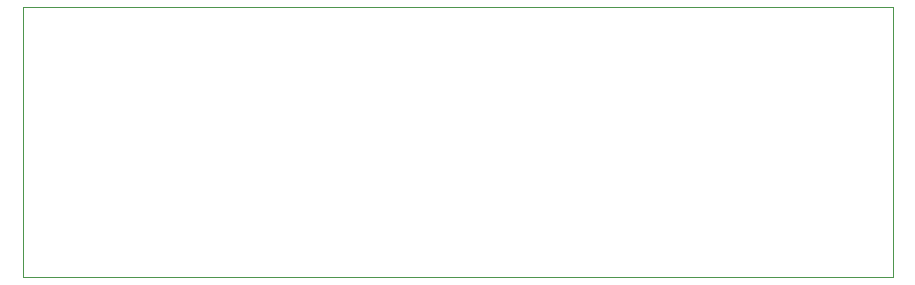
<source format=gbr>
G04 #@! TF.GenerationSoftware,KiCad,Pcbnew,(5.1.5)-3*
G04 #@! TF.CreationDate,2020-04-03T09:15:43-04:00*
G04 #@! TF.ProjectId,Project,50726f6a-6563-4742-9e6b-696361645f70,rev?*
G04 #@! TF.SameCoordinates,Original*
G04 #@! TF.FileFunction,Profile,NP*
%FSLAX46Y46*%
G04 Gerber Fmt 4.6, Leading zero omitted, Abs format (unit mm)*
G04 Created by KiCad (PCBNEW (5.1.5)-3) date 2020-04-03 09:15:43*
%MOMM*%
%LPD*%
G04 APERTURE LIST*
%ADD10C,0.120000*%
G04 APERTURE END LIST*
D10*
X199390000Y-134620000D02*
X125730000Y-134620000D01*
X199390000Y-111760000D02*
X125730000Y-111760000D01*
X199390000Y-134620000D02*
X199390000Y-111760000D01*
X125730000Y-111760000D02*
X125730000Y-134620000D01*
M02*

</source>
